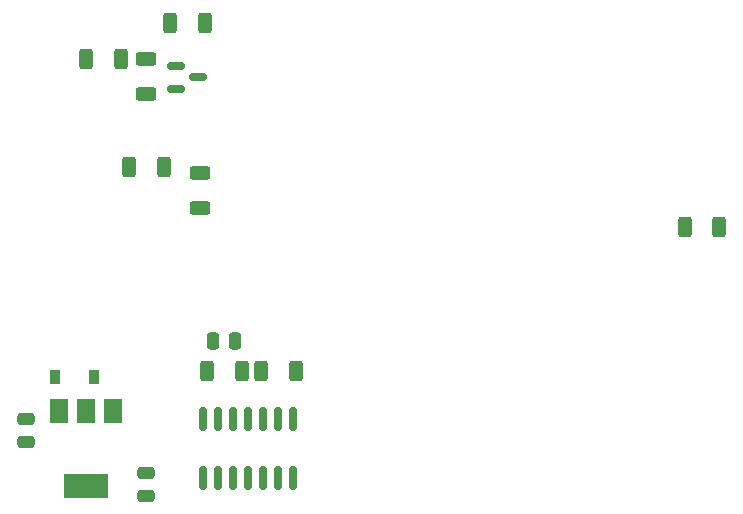
<source format=gbr>
%TF.GenerationSoftware,KiCad,Pcbnew,6.0.8-f2edbf62ab~116~ubuntu22.04.1*%
%TF.CreationDate,2022-10-27T13:18:31-04:00*%
%TF.ProjectId,discharger,64697363-6861-4726-9765-722e6b696361,rev?*%
%TF.SameCoordinates,Original*%
%TF.FileFunction,Paste,Top*%
%TF.FilePolarity,Positive*%
%FSLAX46Y46*%
G04 Gerber Fmt 4.6, Leading zero omitted, Abs format (unit mm)*
G04 Created by KiCad (PCBNEW 6.0.8-f2edbf62ab~116~ubuntu22.04.1) date 2022-10-27 13:18:31*
%MOMM*%
%LPD*%
G01*
G04 APERTURE LIST*
G04 Aperture macros list*
%AMRoundRect*
0 Rectangle with rounded corners*
0 $1 Rounding radius*
0 $2 $3 $4 $5 $6 $7 $8 $9 X,Y pos of 4 corners*
0 Add a 4 corners polygon primitive as box body*
4,1,4,$2,$3,$4,$5,$6,$7,$8,$9,$2,$3,0*
0 Add four circle primitives for the rounded corners*
1,1,$1+$1,$2,$3*
1,1,$1+$1,$4,$5*
1,1,$1+$1,$6,$7*
1,1,$1+$1,$8,$9*
0 Add four rect primitives between the rounded corners*
20,1,$1+$1,$2,$3,$4,$5,0*
20,1,$1+$1,$4,$5,$6,$7,0*
20,1,$1+$1,$6,$7,$8,$9,0*
20,1,$1+$1,$8,$9,$2,$3,0*%
G04 Aperture macros list end*
%ADD10RoundRect,0.250000X0.312500X0.625000X-0.312500X0.625000X-0.312500X-0.625000X0.312500X-0.625000X0*%
%ADD11RoundRect,0.250000X-0.625000X0.312500X-0.625000X-0.312500X0.625000X-0.312500X0.625000X0.312500X0*%
%ADD12RoundRect,0.250000X-0.312500X-0.625000X0.312500X-0.625000X0.312500X0.625000X-0.312500X0.625000X0*%
%ADD13RoundRect,0.150000X-0.587500X-0.150000X0.587500X-0.150000X0.587500X0.150000X-0.587500X0.150000X0*%
%ADD14RoundRect,0.250000X0.250000X0.475000X-0.250000X0.475000X-0.250000X-0.475000X0.250000X-0.475000X0*%
%ADD15RoundRect,0.150000X0.150000X-0.825000X0.150000X0.825000X-0.150000X0.825000X-0.150000X-0.825000X0*%
%ADD16RoundRect,0.250000X-0.475000X0.250000X-0.475000X-0.250000X0.475000X-0.250000X0.475000X0.250000X0*%
%ADD17RoundRect,0.250000X0.475000X-0.250000X0.475000X0.250000X-0.475000X0.250000X-0.475000X-0.250000X0*%
%ADD18R,1.500000X2.000000*%
%ADD19R,3.800000X2.000000*%
%ADD20R,0.900000X1.200000*%
G04 APERTURE END LIST*
D10*
%TO.C,R10*%
X146553000Y-83820000D03*
X143628000Y-83820000D03*
%TD*%
%TO.C,R8*%
X103001000Y-66548000D03*
X100076000Y-66548000D03*
%TD*%
D11*
%TO.C,R9*%
X102554500Y-79309500D03*
X102554500Y-82234500D03*
%TD*%
D12*
%TO.C,R4*%
X92964000Y-69596000D03*
X95889000Y-69596000D03*
%TD*%
D11*
%TO.C,R5*%
X97982500Y-69657500D03*
X97982500Y-72582500D03*
%TD*%
D13*
%TO.C,Q1*%
X100522500Y-70236000D03*
X100522500Y-72136000D03*
X102397500Y-71186000D03*
%TD*%
D10*
%TO.C,R3*%
X106110500Y-96012000D03*
X103185500Y-96012000D03*
%TD*%
D14*
%TO.C,C3*%
X105598000Y-93472000D03*
X103698000Y-93472000D03*
%TD*%
D15*
%TO.C,U2*%
X102870000Y-105091000D03*
X104140000Y-105091000D03*
X105410000Y-105091000D03*
X106680000Y-105091000D03*
X107950000Y-105091000D03*
X109220000Y-105091000D03*
X110490000Y-105091000D03*
X110490000Y-100141000D03*
X109220000Y-100141000D03*
X107950000Y-100141000D03*
X106680000Y-100141000D03*
X105410000Y-100141000D03*
X104140000Y-100141000D03*
X102870000Y-100141000D03*
%TD*%
D16*
%TO.C,C1*%
X87884000Y-100142000D03*
X87884000Y-102042000D03*
%TD*%
D17*
%TO.C,C2*%
X98044000Y-106614000D03*
X98044000Y-104714000D03*
%TD*%
D10*
%TO.C,R2*%
X110682500Y-96012000D03*
X107757500Y-96012000D03*
%TD*%
D18*
%TO.C,U1*%
X95264000Y-99466000D03*
D19*
X92964000Y-105766000D03*
D18*
X92964000Y-99466000D03*
X90664000Y-99466000D03*
%TD*%
D12*
%TO.C,R6*%
X96581500Y-78740000D03*
X99506500Y-78740000D03*
%TD*%
D20*
%TO.C,D1*%
X90298000Y-96520000D03*
X93598000Y-96520000D03*
%TD*%
M02*

</source>
